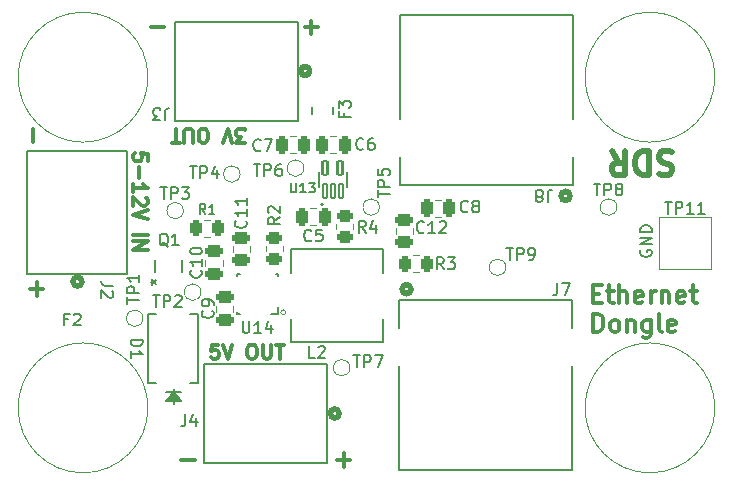
<source format=gto>
G04 #@! TF.GenerationSoftware,KiCad,Pcbnew,8.0.8*
G04 #@! TF.CreationDate,2025-03-28T23:27:32-07:00*
G04 #@! TF.ProjectId,RCA Radio Telescope,52434120-5261-4646-996f-2054656c6573,2.0*
G04 #@! TF.SameCoordinates,Original*
G04 #@! TF.FileFunction,Legend,Top*
G04 #@! TF.FilePolarity,Positive*
%FSLAX46Y46*%
G04 Gerber Fmt 4.6, Leading zero omitted, Abs format (unit mm)*
G04 Created by KiCad (PCBNEW 8.0.8) date 2025-03-28 23:27:32*
%MOMM*%
%LPD*%
G01*
G04 APERTURE LIST*
G04 Aperture macros list*
%AMRoundRect*
0 Rectangle with rounded corners*
0 $1 Rounding radius*
0 $2 $3 $4 $5 $6 $7 $8 $9 X,Y pos of 4 corners*
0 Add a 4 corners polygon primitive as box body*
4,1,4,$2,$3,$4,$5,$6,$7,$8,$9,$2,$3,0*
0 Add four circle primitives for the rounded corners*
1,1,$1+$1,$2,$3*
1,1,$1+$1,$4,$5*
1,1,$1+$1,$6,$7*
1,1,$1+$1,$8,$9*
0 Add four rect primitives between the rounded corners*
20,1,$1+$1,$2,$3,$4,$5,0*
20,1,$1+$1,$4,$5,$6,$7,0*
20,1,$1+$1,$6,$7,$8,$9,0*
20,1,$1+$1,$8,$9,$2,$3,0*%
G04 Aperture macros list end*
%ADD10C,0.100000*%
%ADD11C,0.500000*%
%ADD12C,0.375000*%
%ADD13C,0.300000*%
%ADD14C,0.150000*%
%ADD15C,0.200000*%
%ADD16C,0.152400*%
%ADD17C,0.508000*%
%ADD18C,0.120000*%
%ADD19C,0.127000*%
%ADD20C,0.000000*%
%ADD21C,0.600000*%
%ADD22R,1.679999X1.679999*%
%ADD23R,0.240000X0.599999*%
%ADD24R,0.599999X0.240000*%
%ADD25C,1.422400*%
%ADD26C,2.800000*%
%ADD27C,1.000000*%
%ADD28RoundRect,0.250000X0.250000X0.475000X-0.250000X0.475000X-0.250000X-0.475000X0.250000X-0.475000X0*%
%ADD29R,4.000000X4.000000*%
%ADD30RoundRect,0.250000X0.475000X-0.250000X0.475000X0.250000X-0.475000X0.250000X-0.475000X-0.250000X0*%
%ADD31C,1.360000*%
%ADD32R,0.406400X0.508000*%
%ADD33R,0.279400X0.914400*%
%ADD34C,1.803400*%
%ADD35R,1.257300X3.251200*%
%ADD36RoundRect,0.250000X-0.475000X0.250000X-0.475000X-0.250000X0.475000X-0.250000X0.475000X0.250000X0*%
%ADD37RoundRect,0.250000X-0.262500X-0.450000X0.262500X-0.450000X0.262500X0.450000X-0.262500X0.450000X0*%
%ADD38RoundRect,0.250000X0.262500X0.450000X-0.262500X0.450000X-0.262500X-0.450000X0.262500X-0.450000X0*%
%ADD39RoundRect,0.250000X-0.450000X0.262500X-0.450000X-0.262500X0.450000X-0.262500X0.450000X0.262500X0*%
%ADD40RoundRect,0.102000X0.175000X-0.585000X0.175000X0.585000X-0.175000X0.585000X-0.175000X-0.585000X0*%
%ADD41RoundRect,0.102000X0.200000X-0.585000X0.200000X0.585000X-0.200000X0.585000X-0.200000X-0.585000X0*%
%ADD42RoundRect,0.250000X-0.250000X-0.475000X0.250000X-0.475000X0.250000X0.475000X-0.250000X0.475000X0*%
%ADD43R,2.210000X2.180400*%
%ADD44R,1.498600X0.990600*%
G04 APERTURE END LIST*
D10*
X73500000Y-48000000D02*
G75*
G02*
X62500000Y-48000000I-5500000J0D01*
G01*
X62500000Y-48000000D02*
G75*
G02*
X73500000Y-48000000I5500000J0D01*
G01*
X25500000Y-48000000D02*
G75*
G02*
X14500000Y-48000000I-5500000J0D01*
G01*
X14500000Y-48000000D02*
G75*
G02*
X25500000Y-48000000I5500000J0D01*
G01*
X25500000Y-20000000D02*
G75*
G02*
X14500000Y-20000000I-5500000J0D01*
G01*
X14500000Y-20000000D02*
G75*
G02*
X25500000Y-20000000I5500000J0D01*
G01*
X73500000Y-20000000D02*
G75*
G02*
X62500000Y-20000000I-5500000J0D01*
G01*
X62500000Y-20000000D02*
G75*
G02*
X73500000Y-20000000I5500000J0D01*
G01*
D11*
X69890100Y-26366000D02*
X69604386Y-26270761D01*
X69604386Y-26270761D02*
X69128195Y-26270761D01*
X69128195Y-26270761D02*
X68937719Y-26366000D01*
X68937719Y-26366000D02*
X68842481Y-26461238D01*
X68842481Y-26461238D02*
X68747243Y-26651714D01*
X68747243Y-26651714D02*
X68747243Y-26842190D01*
X68747243Y-26842190D02*
X68842481Y-27032666D01*
X68842481Y-27032666D02*
X68937719Y-27127904D01*
X68937719Y-27127904D02*
X69128195Y-27223142D01*
X69128195Y-27223142D02*
X69509148Y-27318380D01*
X69509148Y-27318380D02*
X69699624Y-27413619D01*
X69699624Y-27413619D02*
X69794862Y-27508857D01*
X69794862Y-27508857D02*
X69890100Y-27699333D01*
X69890100Y-27699333D02*
X69890100Y-27889809D01*
X69890100Y-27889809D02*
X69794862Y-28080285D01*
X69794862Y-28080285D02*
X69699624Y-28175523D01*
X69699624Y-28175523D02*
X69509148Y-28270761D01*
X69509148Y-28270761D02*
X69032957Y-28270761D01*
X69032957Y-28270761D02*
X68747243Y-28175523D01*
X67890100Y-26270761D02*
X67890100Y-28270761D01*
X67890100Y-28270761D02*
X67413910Y-28270761D01*
X67413910Y-28270761D02*
X67128195Y-28175523D01*
X67128195Y-28175523D02*
X66937719Y-27985047D01*
X66937719Y-27985047D02*
X66842481Y-27794571D01*
X66842481Y-27794571D02*
X66747243Y-27413619D01*
X66747243Y-27413619D02*
X66747243Y-27127904D01*
X66747243Y-27127904D02*
X66842481Y-26746952D01*
X66842481Y-26746952D02*
X66937719Y-26556476D01*
X66937719Y-26556476D02*
X67128195Y-26366000D01*
X67128195Y-26366000D02*
X67413910Y-26270761D01*
X67413910Y-26270761D02*
X67890100Y-26270761D01*
X64747243Y-26270761D02*
X65413910Y-27223142D01*
X65890100Y-26270761D02*
X65890100Y-28270761D01*
X65890100Y-28270761D02*
X65128195Y-28270761D01*
X65128195Y-28270761D02*
X64937719Y-28175523D01*
X64937719Y-28175523D02*
X64842481Y-28080285D01*
X64842481Y-28080285D02*
X64747243Y-27889809D01*
X64747243Y-27889809D02*
X64747243Y-27604095D01*
X64747243Y-27604095D02*
X64842481Y-27413619D01*
X64842481Y-27413619D02*
X64937719Y-27318380D01*
X64937719Y-27318380D02*
X65128195Y-27223142D01*
X65128195Y-27223142D02*
X65890100Y-27223142D01*
D12*
X26896147Y-15774500D02*
X25753290Y-15774500D01*
X41503852Y-52425500D02*
X42646710Y-52425500D01*
X42075281Y-52996928D02*
X42075281Y-51854071D01*
X39896147Y-15774500D02*
X38753290Y-15774500D01*
X39324718Y-15203071D02*
X39324718Y-16345928D01*
X16072501Y-37353852D02*
X16072501Y-38496710D01*
X15501072Y-37925281D02*
X16643929Y-37925281D01*
X28303852Y-52425500D02*
X29446710Y-52425500D01*
D13*
X25462457Y-27054510D02*
X25462457Y-26483082D01*
X25462457Y-26483082D02*
X24891028Y-26425939D01*
X24891028Y-26425939D02*
X24948171Y-26483082D01*
X24948171Y-26483082D02*
X25005314Y-26597368D01*
X25005314Y-26597368D02*
X25005314Y-26883082D01*
X25005314Y-26883082D02*
X24948171Y-26997368D01*
X24948171Y-26997368D02*
X24891028Y-27054510D01*
X24891028Y-27054510D02*
X24776742Y-27111653D01*
X24776742Y-27111653D02*
X24491028Y-27111653D01*
X24491028Y-27111653D02*
X24376742Y-27054510D01*
X24376742Y-27054510D02*
X24319600Y-26997368D01*
X24319600Y-26997368D02*
X24262457Y-26883082D01*
X24262457Y-26883082D02*
X24262457Y-26597368D01*
X24262457Y-26597368D02*
X24319600Y-26483082D01*
X24319600Y-26483082D02*
X24376742Y-26425939D01*
X24719600Y-27625939D02*
X24719600Y-28540225D01*
X24262457Y-29740224D02*
X24262457Y-29054510D01*
X24262457Y-29397367D02*
X25462457Y-29397367D01*
X25462457Y-29397367D02*
X25291028Y-29283081D01*
X25291028Y-29283081D02*
X25176742Y-29168796D01*
X25176742Y-29168796D02*
X25119600Y-29054510D01*
X25348171Y-30197367D02*
X25405314Y-30254510D01*
X25405314Y-30254510D02*
X25462457Y-30368796D01*
X25462457Y-30368796D02*
X25462457Y-30654510D01*
X25462457Y-30654510D02*
X25405314Y-30768796D01*
X25405314Y-30768796D02*
X25348171Y-30825938D01*
X25348171Y-30825938D02*
X25233885Y-30883081D01*
X25233885Y-30883081D02*
X25119600Y-30883081D01*
X25119600Y-30883081D02*
X24948171Y-30825938D01*
X24948171Y-30825938D02*
X24262457Y-30140224D01*
X24262457Y-30140224D02*
X24262457Y-30883081D01*
X25462457Y-31225938D02*
X24262457Y-31625938D01*
X24262457Y-31625938D02*
X25462457Y-32025938D01*
X24262457Y-33340224D02*
X25462457Y-33340224D01*
X24262457Y-33911653D02*
X25462457Y-33911653D01*
X25462457Y-33911653D02*
X24262457Y-34597367D01*
X24262457Y-34597367D02*
X25462457Y-34597367D01*
D12*
X63203852Y-38346298D02*
X63703852Y-38346298D01*
X63918138Y-39132012D02*
X63203852Y-39132012D01*
X63203852Y-39132012D02*
X63203852Y-37632012D01*
X63203852Y-37632012D02*
X63918138Y-37632012D01*
X64346710Y-38132012D02*
X64918138Y-38132012D01*
X64560995Y-37632012D02*
X64560995Y-38917726D01*
X64560995Y-38917726D02*
X64632424Y-39060584D01*
X64632424Y-39060584D02*
X64775281Y-39132012D01*
X64775281Y-39132012D02*
X64918138Y-39132012D01*
X65418138Y-39132012D02*
X65418138Y-37632012D01*
X66060996Y-39132012D02*
X66060996Y-38346298D01*
X66060996Y-38346298D02*
X65989567Y-38203441D01*
X65989567Y-38203441D02*
X65846710Y-38132012D01*
X65846710Y-38132012D02*
X65632424Y-38132012D01*
X65632424Y-38132012D02*
X65489567Y-38203441D01*
X65489567Y-38203441D02*
X65418138Y-38274869D01*
X67346710Y-39060584D02*
X67203853Y-39132012D01*
X67203853Y-39132012D02*
X66918139Y-39132012D01*
X66918139Y-39132012D02*
X66775281Y-39060584D01*
X66775281Y-39060584D02*
X66703853Y-38917726D01*
X66703853Y-38917726D02*
X66703853Y-38346298D01*
X66703853Y-38346298D02*
X66775281Y-38203441D01*
X66775281Y-38203441D02*
X66918139Y-38132012D01*
X66918139Y-38132012D02*
X67203853Y-38132012D01*
X67203853Y-38132012D02*
X67346710Y-38203441D01*
X67346710Y-38203441D02*
X67418139Y-38346298D01*
X67418139Y-38346298D02*
X67418139Y-38489155D01*
X67418139Y-38489155D02*
X66703853Y-38632012D01*
X68060995Y-39132012D02*
X68060995Y-38132012D01*
X68060995Y-38417726D02*
X68132424Y-38274869D01*
X68132424Y-38274869D02*
X68203853Y-38203441D01*
X68203853Y-38203441D02*
X68346710Y-38132012D01*
X68346710Y-38132012D02*
X68489567Y-38132012D01*
X68989566Y-38132012D02*
X68989566Y-39132012D01*
X68989566Y-38274869D02*
X69060995Y-38203441D01*
X69060995Y-38203441D02*
X69203852Y-38132012D01*
X69203852Y-38132012D02*
X69418138Y-38132012D01*
X69418138Y-38132012D02*
X69560995Y-38203441D01*
X69560995Y-38203441D02*
X69632424Y-38346298D01*
X69632424Y-38346298D02*
X69632424Y-39132012D01*
X70918138Y-39060584D02*
X70775281Y-39132012D01*
X70775281Y-39132012D02*
X70489567Y-39132012D01*
X70489567Y-39132012D02*
X70346709Y-39060584D01*
X70346709Y-39060584D02*
X70275281Y-38917726D01*
X70275281Y-38917726D02*
X70275281Y-38346298D01*
X70275281Y-38346298D02*
X70346709Y-38203441D01*
X70346709Y-38203441D02*
X70489567Y-38132012D01*
X70489567Y-38132012D02*
X70775281Y-38132012D01*
X70775281Y-38132012D02*
X70918138Y-38203441D01*
X70918138Y-38203441D02*
X70989567Y-38346298D01*
X70989567Y-38346298D02*
X70989567Y-38489155D01*
X70989567Y-38489155D02*
X70275281Y-38632012D01*
X71418138Y-38132012D02*
X71989566Y-38132012D01*
X71632423Y-37632012D02*
X71632423Y-38917726D01*
X71632423Y-38917726D02*
X71703852Y-39060584D01*
X71703852Y-39060584D02*
X71846709Y-39132012D01*
X71846709Y-39132012D02*
X71989566Y-39132012D01*
X63203852Y-41546928D02*
X63203852Y-40046928D01*
X63203852Y-40046928D02*
X63560995Y-40046928D01*
X63560995Y-40046928D02*
X63775281Y-40118357D01*
X63775281Y-40118357D02*
X63918138Y-40261214D01*
X63918138Y-40261214D02*
X63989567Y-40404071D01*
X63989567Y-40404071D02*
X64060995Y-40689785D01*
X64060995Y-40689785D02*
X64060995Y-40904071D01*
X64060995Y-40904071D02*
X63989567Y-41189785D01*
X63989567Y-41189785D02*
X63918138Y-41332642D01*
X63918138Y-41332642D02*
X63775281Y-41475500D01*
X63775281Y-41475500D02*
X63560995Y-41546928D01*
X63560995Y-41546928D02*
X63203852Y-41546928D01*
X64918138Y-41546928D02*
X64775281Y-41475500D01*
X64775281Y-41475500D02*
X64703852Y-41404071D01*
X64703852Y-41404071D02*
X64632424Y-41261214D01*
X64632424Y-41261214D02*
X64632424Y-40832642D01*
X64632424Y-40832642D02*
X64703852Y-40689785D01*
X64703852Y-40689785D02*
X64775281Y-40618357D01*
X64775281Y-40618357D02*
X64918138Y-40546928D01*
X64918138Y-40546928D02*
X65132424Y-40546928D01*
X65132424Y-40546928D02*
X65275281Y-40618357D01*
X65275281Y-40618357D02*
X65346710Y-40689785D01*
X65346710Y-40689785D02*
X65418138Y-40832642D01*
X65418138Y-40832642D02*
X65418138Y-41261214D01*
X65418138Y-41261214D02*
X65346710Y-41404071D01*
X65346710Y-41404071D02*
X65275281Y-41475500D01*
X65275281Y-41475500D02*
X65132424Y-41546928D01*
X65132424Y-41546928D02*
X64918138Y-41546928D01*
X66060995Y-40546928D02*
X66060995Y-41546928D01*
X66060995Y-40689785D02*
X66132424Y-40618357D01*
X66132424Y-40618357D02*
X66275281Y-40546928D01*
X66275281Y-40546928D02*
X66489567Y-40546928D01*
X66489567Y-40546928D02*
X66632424Y-40618357D01*
X66632424Y-40618357D02*
X66703853Y-40761214D01*
X66703853Y-40761214D02*
X66703853Y-41546928D01*
X68060996Y-40546928D02*
X68060996Y-41761214D01*
X68060996Y-41761214D02*
X67989567Y-41904071D01*
X67989567Y-41904071D02*
X67918138Y-41975500D01*
X67918138Y-41975500D02*
X67775281Y-42046928D01*
X67775281Y-42046928D02*
X67560996Y-42046928D01*
X67560996Y-42046928D02*
X67418138Y-41975500D01*
X68060996Y-41475500D02*
X67918138Y-41546928D01*
X67918138Y-41546928D02*
X67632424Y-41546928D01*
X67632424Y-41546928D02*
X67489567Y-41475500D01*
X67489567Y-41475500D02*
X67418138Y-41404071D01*
X67418138Y-41404071D02*
X67346710Y-41261214D01*
X67346710Y-41261214D02*
X67346710Y-40832642D01*
X67346710Y-40832642D02*
X67418138Y-40689785D01*
X67418138Y-40689785D02*
X67489567Y-40618357D01*
X67489567Y-40618357D02*
X67632424Y-40546928D01*
X67632424Y-40546928D02*
X67918138Y-40546928D01*
X67918138Y-40546928D02*
X68060996Y-40618357D01*
X68989567Y-41546928D02*
X68846710Y-41475500D01*
X68846710Y-41475500D02*
X68775281Y-41332642D01*
X68775281Y-41332642D02*
X68775281Y-40046928D01*
X70132424Y-41475500D02*
X69989567Y-41546928D01*
X69989567Y-41546928D02*
X69703853Y-41546928D01*
X69703853Y-41546928D02*
X69560995Y-41475500D01*
X69560995Y-41475500D02*
X69489567Y-41332642D01*
X69489567Y-41332642D02*
X69489567Y-40761214D01*
X69489567Y-40761214D02*
X69560995Y-40618357D01*
X69560995Y-40618357D02*
X69703853Y-40546928D01*
X69703853Y-40546928D02*
X69989567Y-40546928D01*
X69989567Y-40546928D02*
X70132424Y-40618357D01*
X70132424Y-40618357D02*
X70203853Y-40761214D01*
X70203853Y-40761214D02*
X70203853Y-40904071D01*
X70203853Y-40904071D02*
X69489567Y-41046928D01*
D13*
X33731203Y-25562457D02*
X32988346Y-25562457D01*
X32988346Y-25562457D02*
X33388346Y-25105314D01*
X33388346Y-25105314D02*
X33216917Y-25105314D01*
X33216917Y-25105314D02*
X33102632Y-25048171D01*
X33102632Y-25048171D02*
X33045489Y-24991028D01*
X33045489Y-24991028D02*
X32988346Y-24876742D01*
X32988346Y-24876742D02*
X32988346Y-24591028D01*
X32988346Y-24591028D02*
X33045489Y-24476742D01*
X33045489Y-24476742D02*
X33102632Y-24419600D01*
X33102632Y-24419600D02*
X33216917Y-24362457D01*
X33216917Y-24362457D02*
X33559774Y-24362457D01*
X33559774Y-24362457D02*
X33674060Y-24419600D01*
X33674060Y-24419600D02*
X33731203Y-24476742D01*
X32645489Y-25562457D02*
X32245489Y-24362457D01*
X32245489Y-24362457D02*
X31845489Y-25562457D01*
X30302632Y-25562457D02*
X30074060Y-25562457D01*
X30074060Y-25562457D02*
X29959775Y-25505314D01*
X29959775Y-25505314D02*
X29845489Y-25391028D01*
X29845489Y-25391028D02*
X29788346Y-25162457D01*
X29788346Y-25162457D02*
X29788346Y-24762457D01*
X29788346Y-24762457D02*
X29845489Y-24533885D01*
X29845489Y-24533885D02*
X29959775Y-24419600D01*
X29959775Y-24419600D02*
X30074060Y-24362457D01*
X30074060Y-24362457D02*
X30302632Y-24362457D01*
X30302632Y-24362457D02*
X30416918Y-24419600D01*
X30416918Y-24419600D02*
X30531203Y-24533885D01*
X30531203Y-24533885D02*
X30588346Y-24762457D01*
X30588346Y-24762457D02*
X30588346Y-25162457D01*
X30588346Y-25162457D02*
X30531203Y-25391028D01*
X30531203Y-25391028D02*
X30416918Y-25505314D01*
X30416918Y-25505314D02*
X30302632Y-25562457D01*
X29274060Y-25562457D02*
X29274060Y-24591028D01*
X29274060Y-24591028D02*
X29216917Y-24476742D01*
X29216917Y-24476742D02*
X29159775Y-24419600D01*
X29159775Y-24419600D02*
X29045489Y-24362457D01*
X29045489Y-24362457D02*
X28816917Y-24362457D01*
X28816917Y-24362457D02*
X28702632Y-24419600D01*
X28702632Y-24419600D02*
X28645489Y-24476742D01*
X28645489Y-24476742D02*
X28588346Y-24591028D01*
X28588346Y-24591028D02*
X28588346Y-25562457D01*
X28188346Y-25562457D02*
X27502632Y-25562457D01*
X27845489Y-24362457D02*
X27845489Y-25562457D01*
D14*
X67217438Y-34639411D02*
X67169819Y-34734649D01*
X67169819Y-34734649D02*
X67169819Y-34877506D01*
X67169819Y-34877506D02*
X67217438Y-35020363D01*
X67217438Y-35020363D02*
X67312676Y-35115601D01*
X67312676Y-35115601D02*
X67407914Y-35163220D01*
X67407914Y-35163220D02*
X67598390Y-35210839D01*
X67598390Y-35210839D02*
X67741247Y-35210839D01*
X67741247Y-35210839D02*
X67931723Y-35163220D01*
X67931723Y-35163220D02*
X68026961Y-35115601D01*
X68026961Y-35115601D02*
X68122200Y-35020363D01*
X68122200Y-35020363D02*
X68169819Y-34877506D01*
X68169819Y-34877506D02*
X68169819Y-34782268D01*
X68169819Y-34782268D02*
X68122200Y-34639411D01*
X68122200Y-34639411D02*
X68074580Y-34591792D01*
X68074580Y-34591792D02*
X67741247Y-34591792D01*
X67741247Y-34591792D02*
X67741247Y-34782268D01*
X68169819Y-34163220D02*
X67169819Y-34163220D01*
X67169819Y-34163220D02*
X68169819Y-33591792D01*
X68169819Y-33591792D02*
X67169819Y-33591792D01*
X68169819Y-33115601D02*
X67169819Y-33115601D01*
X67169819Y-33115601D02*
X67169819Y-32877506D01*
X67169819Y-32877506D02*
X67217438Y-32734649D01*
X67217438Y-32734649D02*
X67312676Y-32639411D01*
X67312676Y-32639411D02*
X67407914Y-32591792D01*
X67407914Y-32591792D02*
X67598390Y-32544173D01*
X67598390Y-32544173D02*
X67741247Y-32544173D01*
X67741247Y-32544173D02*
X67931723Y-32591792D01*
X67931723Y-32591792D02*
X68026961Y-32639411D01*
X68026961Y-32639411D02*
X68122200Y-32734649D01*
X68122200Y-32734649D02*
X68169819Y-32877506D01*
X68169819Y-32877506D02*
X68169819Y-33115601D01*
D13*
X31454510Y-42637542D02*
X30883082Y-42637542D01*
X30883082Y-42637542D02*
X30825939Y-43208971D01*
X30825939Y-43208971D02*
X30883082Y-43151828D01*
X30883082Y-43151828D02*
X30997368Y-43094685D01*
X30997368Y-43094685D02*
X31283082Y-43094685D01*
X31283082Y-43094685D02*
X31397368Y-43151828D01*
X31397368Y-43151828D02*
X31454510Y-43208971D01*
X31454510Y-43208971D02*
X31511653Y-43323257D01*
X31511653Y-43323257D02*
X31511653Y-43608971D01*
X31511653Y-43608971D02*
X31454510Y-43723257D01*
X31454510Y-43723257D02*
X31397368Y-43780400D01*
X31397368Y-43780400D02*
X31283082Y-43837542D01*
X31283082Y-43837542D02*
X30997368Y-43837542D01*
X30997368Y-43837542D02*
X30883082Y-43780400D01*
X30883082Y-43780400D02*
X30825939Y-43723257D01*
X31854510Y-42637542D02*
X32254510Y-43837542D01*
X32254510Y-43837542D02*
X32654510Y-42637542D01*
X34197367Y-42637542D02*
X34425939Y-42637542D01*
X34425939Y-42637542D02*
X34540224Y-42694685D01*
X34540224Y-42694685D02*
X34654510Y-42808971D01*
X34654510Y-42808971D02*
X34711653Y-43037542D01*
X34711653Y-43037542D02*
X34711653Y-43437542D01*
X34711653Y-43437542D02*
X34654510Y-43666114D01*
X34654510Y-43666114D02*
X34540224Y-43780400D01*
X34540224Y-43780400D02*
X34425939Y-43837542D01*
X34425939Y-43837542D02*
X34197367Y-43837542D01*
X34197367Y-43837542D02*
X34083082Y-43780400D01*
X34083082Y-43780400D02*
X33968796Y-43666114D01*
X33968796Y-43666114D02*
X33911653Y-43437542D01*
X33911653Y-43437542D02*
X33911653Y-43037542D01*
X33911653Y-43037542D02*
X33968796Y-42808971D01*
X33968796Y-42808971D02*
X34083082Y-42694685D01*
X34083082Y-42694685D02*
X34197367Y-42637542D01*
X35225939Y-42637542D02*
X35225939Y-43608971D01*
X35225939Y-43608971D02*
X35283082Y-43723257D01*
X35283082Y-43723257D02*
X35340225Y-43780400D01*
X35340225Y-43780400D02*
X35454510Y-43837542D01*
X35454510Y-43837542D02*
X35683082Y-43837542D01*
X35683082Y-43837542D02*
X35797367Y-43780400D01*
X35797367Y-43780400D02*
X35854510Y-43723257D01*
X35854510Y-43723257D02*
X35911653Y-43608971D01*
X35911653Y-43608971D02*
X35911653Y-42637542D01*
X36311653Y-42637542D02*
X36997368Y-42637542D01*
X36654510Y-43837542D02*
X36654510Y-42637542D01*
D12*
X15774500Y-24353852D02*
X15774500Y-25496710D01*
D14*
X33511905Y-40654819D02*
X33511905Y-41464342D01*
X33511905Y-41464342D02*
X33559524Y-41559580D01*
X33559524Y-41559580D02*
X33607143Y-41607200D01*
X33607143Y-41607200D02*
X33702381Y-41654819D01*
X33702381Y-41654819D02*
X33892857Y-41654819D01*
X33892857Y-41654819D02*
X33988095Y-41607200D01*
X33988095Y-41607200D02*
X34035714Y-41559580D01*
X34035714Y-41559580D02*
X34083333Y-41464342D01*
X34083333Y-41464342D02*
X34083333Y-40654819D01*
X35083333Y-41654819D02*
X34511905Y-41654819D01*
X34797619Y-41654819D02*
X34797619Y-40654819D01*
X34797619Y-40654819D02*
X34702381Y-40797676D01*
X34702381Y-40797676D02*
X34607143Y-40892914D01*
X34607143Y-40892914D02*
X34511905Y-40940533D01*
X35940476Y-40988152D02*
X35940476Y-41654819D01*
X35702381Y-40607200D02*
X35464286Y-41321485D01*
X35464286Y-41321485D02*
X36083333Y-41321485D01*
X59333333Y-30545180D02*
X59333333Y-29830895D01*
X59333333Y-29830895D02*
X59380952Y-29688038D01*
X59380952Y-29688038D02*
X59476190Y-29592800D01*
X59476190Y-29592800D02*
X59619047Y-29545180D01*
X59619047Y-29545180D02*
X59714285Y-29545180D01*
X58714285Y-30116609D02*
X58809523Y-30164228D01*
X58809523Y-30164228D02*
X58857142Y-30211847D01*
X58857142Y-30211847D02*
X58904761Y-30307085D01*
X58904761Y-30307085D02*
X58904761Y-30354704D01*
X58904761Y-30354704D02*
X58857142Y-30449942D01*
X58857142Y-30449942D02*
X58809523Y-30497561D01*
X58809523Y-30497561D02*
X58714285Y-30545180D01*
X58714285Y-30545180D02*
X58523809Y-30545180D01*
X58523809Y-30545180D02*
X58428571Y-30497561D01*
X58428571Y-30497561D02*
X58380952Y-30449942D01*
X58380952Y-30449942D02*
X58333333Y-30354704D01*
X58333333Y-30354704D02*
X58333333Y-30307085D01*
X58333333Y-30307085D02*
X58380952Y-30211847D01*
X58380952Y-30211847D02*
X58428571Y-30164228D01*
X58428571Y-30164228D02*
X58523809Y-30116609D01*
X58523809Y-30116609D02*
X58714285Y-30116609D01*
X58714285Y-30116609D02*
X58809523Y-30068990D01*
X58809523Y-30068990D02*
X58857142Y-30021371D01*
X58857142Y-30021371D02*
X58904761Y-29926133D01*
X58904761Y-29926133D02*
X58904761Y-29735657D01*
X58904761Y-29735657D02*
X58857142Y-29640419D01*
X58857142Y-29640419D02*
X58809523Y-29592800D01*
X58809523Y-29592800D02*
X58714285Y-29545180D01*
X58714285Y-29545180D02*
X58523809Y-29545180D01*
X58523809Y-29545180D02*
X58428571Y-29592800D01*
X58428571Y-29592800D02*
X58380952Y-29640419D01*
X58380952Y-29640419D02*
X58333333Y-29735657D01*
X58333333Y-29735657D02*
X58333333Y-29926133D01*
X58333333Y-29926133D02*
X58380952Y-30021371D01*
X58380952Y-30021371D02*
X58428571Y-30068990D01*
X58428571Y-30068990D02*
X58523809Y-30116609D01*
X42888095Y-43554819D02*
X43459523Y-43554819D01*
X43173809Y-44554819D02*
X43173809Y-43554819D01*
X43792857Y-44554819D02*
X43792857Y-43554819D01*
X43792857Y-43554819D02*
X44173809Y-43554819D01*
X44173809Y-43554819D02*
X44269047Y-43602438D01*
X44269047Y-43602438D02*
X44316666Y-43650057D01*
X44316666Y-43650057D02*
X44364285Y-43745295D01*
X44364285Y-43745295D02*
X44364285Y-43888152D01*
X44364285Y-43888152D02*
X44316666Y-43983390D01*
X44316666Y-43983390D02*
X44269047Y-44031009D01*
X44269047Y-44031009D02*
X44173809Y-44078628D01*
X44173809Y-44078628D02*
X43792857Y-44078628D01*
X44697619Y-43554819D02*
X45364285Y-43554819D01*
X45364285Y-43554819D02*
X44935714Y-44554819D01*
X35033333Y-26159580D02*
X34985714Y-26207200D01*
X34985714Y-26207200D02*
X34842857Y-26254819D01*
X34842857Y-26254819D02*
X34747619Y-26254819D01*
X34747619Y-26254819D02*
X34604762Y-26207200D01*
X34604762Y-26207200D02*
X34509524Y-26111961D01*
X34509524Y-26111961D02*
X34461905Y-26016723D01*
X34461905Y-26016723D02*
X34414286Y-25826247D01*
X34414286Y-25826247D02*
X34414286Y-25683390D01*
X34414286Y-25683390D02*
X34461905Y-25492914D01*
X34461905Y-25492914D02*
X34509524Y-25397676D01*
X34509524Y-25397676D02*
X34604762Y-25302438D01*
X34604762Y-25302438D02*
X34747619Y-25254819D01*
X34747619Y-25254819D02*
X34842857Y-25254819D01*
X34842857Y-25254819D02*
X34985714Y-25302438D01*
X34985714Y-25302438D02*
X35033333Y-25350057D01*
X35366667Y-25254819D02*
X36033333Y-25254819D01*
X36033333Y-25254819D02*
X35604762Y-26254819D01*
X69261905Y-30556819D02*
X69833333Y-30556819D01*
X69547619Y-31556819D02*
X69547619Y-30556819D01*
X70166667Y-31556819D02*
X70166667Y-30556819D01*
X70166667Y-30556819D02*
X70547619Y-30556819D01*
X70547619Y-30556819D02*
X70642857Y-30604438D01*
X70642857Y-30604438D02*
X70690476Y-30652057D01*
X70690476Y-30652057D02*
X70738095Y-30747295D01*
X70738095Y-30747295D02*
X70738095Y-30890152D01*
X70738095Y-30890152D02*
X70690476Y-30985390D01*
X70690476Y-30985390D02*
X70642857Y-31033009D01*
X70642857Y-31033009D02*
X70547619Y-31080628D01*
X70547619Y-31080628D02*
X70166667Y-31080628D01*
X71690476Y-31556819D02*
X71119048Y-31556819D01*
X71404762Y-31556819D02*
X71404762Y-30556819D01*
X71404762Y-30556819D02*
X71309524Y-30699676D01*
X71309524Y-30699676D02*
X71214286Y-30794914D01*
X71214286Y-30794914D02*
X71119048Y-30842533D01*
X72642857Y-31556819D02*
X72071429Y-31556819D01*
X72357143Y-31556819D02*
X72357143Y-30556819D01*
X72357143Y-30556819D02*
X72261905Y-30699676D01*
X72261905Y-30699676D02*
X72166667Y-30794914D01*
X72166667Y-30794914D02*
X72071429Y-30842533D01*
X25918095Y-38454819D02*
X26489523Y-38454819D01*
X26203809Y-39454819D02*
X26203809Y-38454819D01*
X26822857Y-39454819D02*
X26822857Y-38454819D01*
X26822857Y-38454819D02*
X27203809Y-38454819D01*
X27203809Y-38454819D02*
X27299047Y-38502438D01*
X27299047Y-38502438D02*
X27346666Y-38550057D01*
X27346666Y-38550057D02*
X27394285Y-38645295D01*
X27394285Y-38645295D02*
X27394285Y-38788152D01*
X27394285Y-38788152D02*
X27346666Y-38883390D01*
X27346666Y-38883390D02*
X27299047Y-38931009D01*
X27299047Y-38931009D02*
X27203809Y-38978628D01*
X27203809Y-38978628D02*
X26822857Y-38978628D01*
X27775238Y-38550057D02*
X27822857Y-38502438D01*
X27822857Y-38502438D02*
X27918095Y-38454819D01*
X27918095Y-38454819D02*
X28156190Y-38454819D01*
X28156190Y-38454819D02*
X28251428Y-38502438D01*
X28251428Y-38502438D02*
X28299047Y-38550057D01*
X28299047Y-38550057D02*
X28346666Y-38645295D01*
X28346666Y-38645295D02*
X28346666Y-38740533D01*
X28346666Y-38740533D02*
X28299047Y-38883390D01*
X28299047Y-38883390D02*
X27727619Y-39454819D01*
X27727619Y-39454819D02*
X28346666Y-39454819D01*
X29959580Y-36342857D02*
X30007200Y-36390476D01*
X30007200Y-36390476D02*
X30054819Y-36533333D01*
X30054819Y-36533333D02*
X30054819Y-36628571D01*
X30054819Y-36628571D02*
X30007200Y-36771428D01*
X30007200Y-36771428D02*
X29911961Y-36866666D01*
X29911961Y-36866666D02*
X29816723Y-36914285D01*
X29816723Y-36914285D02*
X29626247Y-36961904D01*
X29626247Y-36961904D02*
X29483390Y-36961904D01*
X29483390Y-36961904D02*
X29292914Y-36914285D01*
X29292914Y-36914285D02*
X29197676Y-36866666D01*
X29197676Y-36866666D02*
X29102438Y-36771428D01*
X29102438Y-36771428D02*
X29054819Y-36628571D01*
X29054819Y-36628571D02*
X29054819Y-36533333D01*
X29054819Y-36533333D02*
X29102438Y-36390476D01*
X29102438Y-36390476D02*
X29150057Y-36342857D01*
X30054819Y-35390476D02*
X30054819Y-35961904D01*
X30054819Y-35676190D02*
X29054819Y-35676190D01*
X29054819Y-35676190D02*
X29197676Y-35771428D01*
X29197676Y-35771428D02*
X29292914Y-35866666D01*
X29292914Y-35866666D02*
X29340533Y-35961904D01*
X29054819Y-34771428D02*
X29054819Y-34676190D01*
X29054819Y-34676190D02*
X29102438Y-34580952D01*
X29102438Y-34580952D02*
X29150057Y-34533333D01*
X29150057Y-34533333D02*
X29245295Y-34485714D01*
X29245295Y-34485714D02*
X29435771Y-34438095D01*
X29435771Y-34438095D02*
X29673866Y-34438095D01*
X29673866Y-34438095D02*
X29864342Y-34485714D01*
X29864342Y-34485714D02*
X29959580Y-34533333D01*
X29959580Y-34533333D02*
X30007200Y-34580952D01*
X30007200Y-34580952D02*
X30054819Y-34676190D01*
X30054819Y-34676190D02*
X30054819Y-34771428D01*
X30054819Y-34771428D02*
X30007200Y-34866666D01*
X30007200Y-34866666D02*
X29959580Y-34914285D01*
X29959580Y-34914285D02*
X29864342Y-34961904D01*
X29864342Y-34961904D02*
X29673866Y-35009523D01*
X29673866Y-35009523D02*
X29435771Y-35009523D01*
X29435771Y-35009523D02*
X29245295Y-34961904D01*
X29245295Y-34961904D02*
X29150057Y-34914285D01*
X29150057Y-34914285D02*
X29102438Y-34866666D01*
X29102438Y-34866666D02*
X29054819Y-34771428D01*
X55838095Y-34454819D02*
X56409523Y-34454819D01*
X56123809Y-35454819D02*
X56123809Y-34454819D01*
X56742857Y-35454819D02*
X56742857Y-34454819D01*
X56742857Y-34454819D02*
X57123809Y-34454819D01*
X57123809Y-34454819D02*
X57219047Y-34502438D01*
X57219047Y-34502438D02*
X57266666Y-34550057D01*
X57266666Y-34550057D02*
X57314285Y-34645295D01*
X57314285Y-34645295D02*
X57314285Y-34788152D01*
X57314285Y-34788152D02*
X57266666Y-34883390D01*
X57266666Y-34883390D02*
X57219047Y-34931009D01*
X57219047Y-34931009D02*
X57123809Y-34978628D01*
X57123809Y-34978628D02*
X56742857Y-34978628D01*
X57790476Y-35454819D02*
X57980952Y-35454819D01*
X57980952Y-35454819D02*
X58076190Y-35407200D01*
X58076190Y-35407200D02*
X58123809Y-35359580D01*
X58123809Y-35359580D02*
X58219047Y-35216723D01*
X58219047Y-35216723D02*
X58266666Y-35026247D01*
X58266666Y-35026247D02*
X58266666Y-34645295D01*
X58266666Y-34645295D02*
X58219047Y-34550057D01*
X58219047Y-34550057D02*
X58171428Y-34502438D01*
X58171428Y-34502438D02*
X58076190Y-34454819D01*
X58076190Y-34454819D02*
X57885714Y-34454819D01*
X57885714Y-34454819D02*
X57790476Y-34502438D01*
X57790476Y-34502438D02*
X57742857Y-34550057D01*
X57742857Y-34550057D02*
X57695238Y-34645295D01*
X57695238Y-34645295D02*
X57695238Y-34883390D01*
X57695238Y-34883390D02*
X57742857Y-34978628D01*
X57742857Y-34978628D02*
X57790476Y-35026247D01*
X57790476Y-35026247D02*
X57885714Y-35073866D01*
X57885714Y-35073866D02*
X58076190Y-35073866D01*
X58076190Y-35073866D02*
X58171428Y-35026247D01*
X58171428Y-35026247D02*
X58219047Y-34978628D01*
X58219047Y-34978628D02*
X58266666Y-34883390D01*
X18741666Y-40496009D02*
X18408333Y-40496009D01*
X18408333Y-41019819D02*
X18408333Y-40019819D01*
X18408333Y-40019819D02*
X18884523Y-40019819D01*
X19217857Y-40115057D02*
X19265476Y-40067438D01*
X19265476Y-40067438D02*
X19360714Y-40019819D01*
X19360714Y-40019819D02*
X19598809Y-40019819D01*
X19598809Y-40019819D02*
X19694047Y-40067438D01*
X19694047Y-40067438D02*
X19741666Y-40115057D01*
X19741666Y-40115057D02*
X19789285Y-40210295D01*
X19789285Y-40210295D02*
X19789285Y-40305533D01*
X19789285Y-40305533D02*
X19741666Y-40448390D01*
X19741666Y-40448390D02*
X19170238Y-41019819D01*
X19170238Y-41019819D02*
X19789285Y-41019819D01*
X27204762Y-34345058D02*
X27109524Y-34297439D01*
X27109524Y-34297439D02*
X27014286Y-34202201D01*
X27014286Y-34202201D02*
X26871429Y-34059343D01*
X26871429Y-34059343D02*
X26776191Y-34011724D01*
X26776191Y-34011724D02*
X26680953Y-34011724D01*
X26728572Y-34249820D02*
X26633334Y-34202201D01*
X26633334Y-34202201D02*
X26538096Y-34106962D01*
X26538096Y-34106962D02*
X26490477Y-33916486D01*
X26490477Y-33916486D02*
X26490477Y-33583153D01*
X26490477Y-33583153D02*
X26538096Y-33392677D01*
X26538096Y-33392677D02*
X26633334Y-33297439D01*
X26633334Y-33297439D02*
X26728572Y-33249820D01*
X26728572Y-33249820D02*
X26919048Y-33249820D01*
X26919048Y-33249820D02*
X27014286Y-33297439D01*
X27014286Y-33297439D02*
X27109524Y-33392677D01*
X27109524Y-33392677D02*
X27157143Y-33583153D01*
X27157143Y-33583153D02*
X27157143Y-33916486D01*
X27157143Y-33916486D02*
X27109524Y-34106962D01*
X27109524Y-34106962D02*
X27014286Y-34202201D01*
X27014286Y-34202201D02*
X26919048Y-34249820D01*
X26919048Y-34249820D02*
X26728572Y-34249820D01*
X28109524Y-34249820D02*
X27538096Y-34249820D01*
X27823810Y-34249820D02*
X27823810Y-33249820D01*
X27823810Y-33249820D02*
X27728572Y-33392677D01*
X27728572Y-33392677D02*
X27633334Y-33487915D01*
X27633334Y-33487915D02*
X27538096Y-33535534D01*
X25719019Y-37350799D02*
X25957114Y-37350799D01*
X25861876Y-37588894D02*
X25957114Y-37350799D01*
X25957114Y-37350799D02*
X25861876Y-37112704D01*
X26147590Y-37493656D02*
X25957114Y-37350799D01*
X25957114Y-37350799D02*
X26147590Y-37207942D01*
X22545180Y-37666666D02*
X21830895Y-37666666D01*
X21830895Y-37666666D02*
X21688038Y-37619047D01*
X21688038Y-37619047D02*
X21592800Y-37523809D01*
X21592800Y-37523809D02*
X21545180Y-37380952D01*
X21545180Y-37380952D02*
X21545180Y-37285714D01*
X22449942Y-38095238D02*
X22497561Y-38142857D01*
X22497561Y-38142857D02*
X22545180Y-38238095D01*
X22545180Y-38238095D02*
X22545180Y-38476190D01*
X22545180Y-38476190D02*
X22497561Y-38571428D01*
X22497561Y-38571428D02*
X22449942Y-38619047D01*
X22449942Y-38619047D02*
X22354704Y-38666666D01*
X22354704Y-38666666D02*
X22259466Y-38666666D01*
X22259466Y-38666666D02*
X22116609Y-38619047D01*
X22116609Y-38619047D02*
X21545180Y-38047619D01*
X21545180Y-38047619D02*
X21545180Y-38666666D01*
X34438095Y-27354819D02*
X35009523Y-27354819D01*
X34723809Y-28354819D02*
X34723809Y-27354819D01*
X35342857Y-28354819D02*
X35342857Y-27354819D01*
X35342857Y-27354819D02*
X35723809Y-27354819D01*
X35723809Y-27354819D02*
X35819047Y-27402438D01*
X35819047Y-27402438D02*
X35866666Y-27450057D01*
X35866666Y-27450057D02*
X35914285Y-27545295D01*
X35914285Y-27545295D02*
X35914285Y-27688152D01*
X35914285Y-27688152D02*
X35866666Y-27783390D01*
X35866666Y-27783390D02*
X35819047Y-27831009D01*
X35819047Y-27831009D02*
X35723809Y-27878628D01*
X35723809Y-27878628D02*
X35342857Y-27878628D01*
X36771428Y-27354819D02*
X36580952Y-27354819D01*
X36580952Y-27354819D02*
X36485714Y-27402438D01*
X36485714Y-27402438D02*
X36438095Y-27450057D01*
X36438095Y-27450057D02*
X36342857Y-27592914D01*
X36342857Y-27592914D02*
X36295238Y-27783390D01*
X36295238Y-27783390D02*
X36295238Y-28164342D01*
X36295238Y-28164342D02*
X36342857Y-28259580D01*
X36342857Y-28259580D02*
X36390476Y-28307200D01*
X36390476Y-28307200D02*
X36485714Y-28354819D01*
X36485714Y-28354819D02*
X36676190Y-28354819D01*
X36676190Y-28354819D02*
X36771428Y-28307200D01*
X36771428Y-28307200D02*
X36819047Y-28259580D01*
X36819047Y-28259580D02*
X36866666Y-28164342D01*
X36866666Y-28164342D02*
X36866666Y-27926247D01*
X36866666Y-27926247D02*
X36819047Y-27831009D01*
X36819047Y-27831009D02*
X36771428Y-27783390D01*
X36771428Y-27783390D02*
X36676190Y-27735771D01*
X36676190Y-27735771D02*
X36485714Y-27735771D01*
X36485714Y-27735771D02*
X36390476Y-27783390D01*
X36390476Y-27783390D02*
X36342857Y-27831009D01*
X36342857Y-27831009D02*
X36295238Y-27926247D01*
X39633333Y-43754819D02*
X39157143Y-43754819D01*
X39157143Y-43754819D02*
X39157143Y-42754819D01*
X39919048Y-42850057D02*
X39966667Y-42802438D01*
X39966667Y-42802438D02*
X40061905Y-42754819D01*
X40061905Y-42754819D02*
X40300000Y-42754819D01*
X40300000Y-42754819D02*
X40395238Y-42802438D01*
X40395238Y-42802438D02*
X40442857Y-42850057D01*
X40442857Y-42850057D02*
X40490476Y-42945295D01*
X40490476Y-42945295D02*
X40490476Y-43040533D01*
X40490476Y-43040533D02*
X40442857Y-43183390D01*
X40442857Y-43183390D02*
X39871429Y-43754819D01*
X39871429Y-43754819D02*
X40490476Y-43754819D01*
X63238095Y-29006819D02*
X63809523Y-29006819D01*
X63523809Y-30006819D02*
X63523809Y-29006819D01*
X64142857Y-30006819D02*
X64142857Y-29006819D01*
X64142857Y-29006819D02*
X64523809Y-29006819D01*
X64523809Y-29006819D02*
X64619047Y-29054438D01*
X64619047Y-29054438D02*
X64666666Y-29102057D01*
X64666666Y-29102057D02*
X64714285Y-29197295D01*
X64714285Y-29197295D02*
X64714285Y-29340152D01*
X64714285Y-29340152D02*
X64666666Y-29435390D01*
X64666666Y-29435390D02*
X64619047Y-29483009D01*
X64619047Y-29483009D02*
X64523809Y-29530628D01*
X64523809Y-29530628D02*
X64142857Y-29530628D01*
X65285714Y-29435390D02*
X65190476Y-29387771D01*
X65190476Y-29387771D02*
X65142857Y-29340152D01*
X65142857Y-29340152D02*
X65095238Y-29244914D01*
X65095238Y-29244914D02*
X65095238Y-29197295D01*
X65095238Y-29197295D02*
X65142857Y-29102057D01*
X65142857Y-29102057D02*
X65190476Y-29054438D01*
X65190476Y-29054438D02*
X65285714Y-29006819D01*
X65285714Y-29006819D02*
X65476190Y-29006819D01*
X65476190Y-29006819D02*
X65571428Y-29054438D01*
X65571428Y-29054438D02*
X65619047Y-29102057D01*
X65619047Y-29102057D02*
X65666666Y-29197295D01*
X65666666Y-29197295D02*
X65666666Y-29244914D01*
X65666666Y-29244914D02*
X65619047Y-29340152D01*
X65619047Y-29340152D02*
X65571428Y-29387771D01*
X65571428Y-29387771D02*
X65476190Y-29435390D01*
X65476190Y-29435390D02*
X65285714Y-29435390D01*
X65285714Y-29435390D02*
X65190476Y-29483009D01*
X65190476Y-29483009D02*
X65142857Y-29530628D01*
X65142857Y-29530628D02*
X65095238Y-29625866D01*
X65095238Y-29625866D02*
X65095238Y-29816342D01*
X65095238Y-29816342D02*
X65142857Y-29911580D01*
X65142857Y-29911580D02*
X65190476Y-29959200D01*
X65190476Y-29959200D02*
X65285714Y-30006819D01*
X65285714Y-30006819D02*
X65476190Y-30006819D01*
X65476190Y-30006819D02*
X65571428Y-29959200D01*
X65571428Y-29959200D02*
X65619047Y-29911580D01*
X65619047Y-29911580D02*
X65666666Y-29816342D01*
X65666666Y-29816342D02*
X65666666Y-29625866D01*
X65666666Y-29625866D02*
X65619047Y-29530628D01*
X65619047Y-29530628D02*
X65571428Y-29483009D01*
X65571428Y-29483009D02*
X65476190Y-29435390D01*
X48857142Y-33109580D02*
X48809523Y-33157200D01*
X48809523Y-33157200D02*
X48666666Y-33204819D01*
X48666666Y-33204819D02*
X48571428Y-33204819D01*
X48571428Y-33204819D02*
X48428571Y-33157200D01*
X48428571Y-33157200D02*
X48333333Y-33061961D01*
X48333333Y-33061961D02*
X48285714Y-32966723D01*
X48285714Y-32966723D02*
X48238095Y-32776247D01*
X48238095Y-32776247D02*
X48238095Y-32633390D01*
X48238095Y-32633390D02*
X48285714Y-32442914D01*
X48285714Y-32442914D02*
X48333333Y-32347676D01*
X48333333Y-32347676D02*
X48428571Y-32252438D01*
X48428571Y-32252438D02*
X48571428Y-32204819D01*
X48571428Y-32204819D02*
X48666666Y-32204819D01*
X48666666Y-32204819D02*
X48809523Y-32252438D01*
X48809523Y-32252438D02*
X48857142Y-32300057D01*
X49809523Y-33204819D02*
X49238095Y-33204819D01*
X49523809Y-33204819D02*
X49523809Y-32204819D01*
X49523809Y-32204819D02*
X49428571Y-32347676D01*
X49428571Y-32347676D02*
X49333333Y-32442914D01*
X49333333Y-32442914D02*
X49238095Y-32490533D01*
X50190476Y-32300057D02*
X50238095Y-32252438D01*
X50238095Y-32252438D02*
X50333333Y-32204819D01*
X50333333Y-32204819D02*
X50571428Y-32204819D01*
X50571428Y-32204819D02*
X50666666Y-32252438D01*
X50666666Y-32252438D02*
X50714285Y-32300057D01*
X50714285Y-32300057D02*
X50761904Y-32395295D01*
X50761904Y-32395295D02*
X50761904Y-32490533D01*
X50761904Y-32490533D02*
X50714285Y-32633390D01*
X50714285Y-32633390D02*
X50142857Y-33204819D01*
X50142857Y-33204819D02*
X50761904Y-33204819D01*
X33759580Y-32142857D02*
X33807200Y-32190476D01*
X33807200Y-32190476D02*
X33854819Y-32333333D01*
X33854819Y-32333333D02*
X33854819Y-32428571D01*
X33854819Y-32428571D02*
X33807200Y-32571428D01*
X33807200Y-32571428D02*
X33711961Y-32666666D01*
X33711961Y-32666666D02*
X33616723Y-32714285D01*
X33616723Y-32714285D02*
X33426247Y-32761904D01*
X33426247Y-32761904D02*
X33283390Y-32761904D01*
X33283390Y-32761904D02*
X33092914Y-32714285D01*
X33092914Y-32714285D02*
X32997676Y-32666666D01*
X32997676Y-32666666D02*
X32902438Y-32571428D01*
X32902438Y-32571428D02*
X32854819Y-32428571D01*
X32854819Y-32428571D02*
X32854819Y-32333333D01*
X32854819Y-32333333D02*
X32902438Y-32190476D01*
X32902438Y-32190476D02*
X32950057Y-32142857D01*
X33854819Y-31190476D02*
X33854819Y-31761904D01*
X33854819Y-31476190D02*
X32854819Y-31476190D01*
X32854819Y-31476190D02*
X32997676Y-31571428D01*
X32997676Y-31571428D02*
X33092914Y-31666666D01*
X33092914Y-31666666D02*
X33140533Y-31761904D01*
X33854819Y-30238095D02*
X33854819Y-30809523D01*
X33854819Y-30523809D02*
X32854819Y-30523809D01*
X32854819Y-30523809D02*
X32997676Y-30619047D01*
X32997676Y-30619047D02*
X33092914Y-30714285D01*
X33092914Y-30714285D02*
X33140533Y-30809523D01*
X30959580Y-39766666D02*
X31007200Y-39814285D01*
X31007200Y-39814285D02*
X31054819Y-39957142D01*
X31054819Y-39957142D02*
X31054819Y-40052380D01*
X31054819Y-40052380D02*
X31007200Y-40195237D01*
X31007200Y-40195237D02*
X30911961Y-40290475D01*
X30911961Y-40290475D02*
X30816723Y-40338094D01*
X30816723Y-40338094D02*
X30626247Y-40385713D01*
X30626247Y-40385713D02*
X30483390Y-40385713D01*
X30483390Y-40385713D02*
X30292914Y-40338094D01*
X30292914Y-40338094D02*
X30197676Y-40290475D01*
X30197676Y-40290475D02*
X30102438Y-40195237D01*
X30102438Y-40195237D02*
X30054819Y-40052380D01*
X30054819Y-40052380D02*
X30054819Y-39957142D01*
X30054819Y-39957142D02*
X30102438Y-39814285D01*
X30102438Y-39814285D02*
X30150057Y-39766666D01*
X31054819Y-39290475D02*
X31054819Y-39099999D01*
X31054819Y-39099999D02*
X31007200Y-39004761D01*
X31007200Y-39004761D02*
X30959580Y-38957142D01*
X30959580Y-38957142D02*
X30816723Y-38861904D01*
X30816723Y-38861904D02*
X30626247Y-38814285D01*
X30626247Y-38814285D02*
X30245295Y-38814285D01*
X30245295Y-38814285D02*
X30150057Y-38861904D01*
X30150057Y-38861904D02*
X30102438Y-38909523D01*
X30102438Y-38909523D02*
X30054819Y-39004761D01*
X30054819Y-39004761D02*
X30054819Y-39195237D01*
X30054819Y-39195237D02*
X30102438Y-39290475D01*
X30102438Y-39290475D02*
X30150057Y-39338094D01*
X30150057Y-39338094D02*
X30245295Y-39385713D01*
X30245295Y-39385713D02*
X30483390Y-39385713D01*
X30483390Y-39385713D02*
X30578628Y-39338094D01*
X30578628Y-39338094D02*
X30626247Y-39290475D01*
X30626247Y-39290475D02*
X30673866Y-39195237D01*
X30673866Y-39195237D02*
X30673866Y-39004761D01*
X30673866Y-39004761D02*
X30626247Y-38909523D01*
X30626247Y-38909523D02*
X30578628Y-38861904D01*
X30578628Y-38861904D02*
X30483390Y-38814285D01*
X30366667Y-31562295D02*
X30100000Y-31181342D01*
X29909524Y-31562295D02*
X29909524Y-30762295D01*
X29909524Y-30762295D02*
X30214286Y-30762295D01*
X30214286Y-30762295D02*
X30290476Y-30800390D01*
X30290476Y-30800390D02*
X30328571Y-30838485D01*
X30328571Y-30838485D02*
X30366667Y-30914676D01*
X30366667Y-30914676D02*
X30366667Y-31028961D01*
X30366667Y-31028961D02*
X30328571Y-31105152D01*
X30328571Y-31105152D02*
X30290476Y-31143247D01*
X30290476Y-31143247D02*
X30214286Y-31181342D01*
X30214286Y-31181342D02*
X29909524Y-31181342D01*
X31128571Y-31562295D02*
X30671428Y-31562295D01*
X30900000Y-31562295D02*
X30900000Y-30762295D01*
X30900000Y-30762295D02*
X30823809Y-30876580D01*
X30823809Y-30876580D02*
X30747619Y-30952771D01*
X30747619Y-30952771D02*
X30671428Y-30990866D01*
X50533333Y-36254819D02*
X50200000Y-35778628D01*
X49961905Y-36254819D02*
X49961905Y-35254819D01*
X49961905Y-35254819D02*
X50342857Y-35254819D01*
X50342857Y-35254819D02*
X50438095Y-35302438D01*
X50438095Y-35302438D02*
X50485714Y-35350057D01*
X50485714Y-35350057D02*
X50533333Y-35445295D01*
X50533333Y-35445295D02*
X50533333Y-35588152D01*
X50533333Y-35588152D02*
X50485714Y-35683390D01*
X50485714Y-35683390D02*
X50438095Y-35731009D01*
X50438095Y-35731009D02*
X50342857Y-35778628D01*
X50342857Y-35778628D02*
X49961905Y-35778628D01*
X50866667Y-35254819D02*
X51485714Y-35254819D01*
X51485714Y-35254819D02*
X51152381Y-35635771D01*
X51152381Y-35635771D02*
X51295238Y-35635771D01*
X51295238Y-35635771D02*
X51390476Y-35683390D01*
X51390476Y-35683390D02*
X51438095Y-35731009D01*
X51438095Y-35731009D02*
X51485714Y-35826247D01*
X51485714Y-35826247D02*
X51485714Y-36064342D01*
X51485714Y-36064342D02*
X51438095Y-36159580D01*
X51438095Y-36159580D02*
X51390476Y-36207200D01*
X51390476Y-36207200D02*
X51295238Y-36254819D01*
X51295238Y-36254819D02*
X51009524Y-36254819D01*
X51009524Y-36254819D02*
X50914286Y-36207200D01*
X50914286Y-36207200D02*
X50866667Y-36159580D01*
X36654819Y-31866666D02*
X36178628Y-32199999D01*
X36654819Y-32438094D02*
X35654819Y-32438094D01*
X35654819Y-32438094D02*
X35654819Y-32057142D01*
X35654819Y-32057142D02*
X35702438Y-31961904D01*
X35702438Y-31961904D02*
X35750057Y-31914285D01*
X35750057Y-31914285D02*
X35845295Y-31866666D01*
X35845295Y-31866666D02*
X35988152Y-31866666D01*
X35988152Y-31866666D02*
X36083390Y-31914285D01*
X36083390Y-31914285D02*
X36131009Y-31961904D01*
X36131009Y-31961904D02*
X36178628Y-32057142D01*
X36178628Y-32057142D02*
X36178628Y-32438094D01*
X35750057Y-31485713D02*
X35702438Y-31438094D01*
X35702438Y-31438094D02*
X35654819Y-31342856D01*
X35654819Y-31342856D02*
X35654819Y-31104761D01*
X35654819Y-31104761D02*
X35702438Y-31009523D01*
X35702438Y-31009523D02*
X35750057Y-30961904D01*
X35750057Y-30961904D02*
X35845295Y-30914285D01*
X35845295Y-30914285D02*
X35940533Y-30914285D01*
X35940533Y-30914285D02*
X36083390Y-30961904D01*
X36083390Y-30961904D02*
X36654819Y-31533332D01*
X36654819Y-31533332D02*
X36654819Y-30914285D01*
X28666666Y-48554819D02*
X28666666Y-49269104D01*
X28666666Y-49269104D02*
X28619047Y-49411961D01*
X28619047Y-49411961D02*
X28523809Y-49507200D01*
X28523809Y-49507200D02*
X28380952Y-49554819D01*
X28380952Y-49554819D02*
X28285714Y-49554819D01*
X29571428Y-48888152D02*
X29571428Y-49554819D01*
X29333333Y-48507200D02*
X29095238Y-49221485D01*
X29095238Y-49221485D02*
X29714285Y-49221485D01*
X60166666Y-37454819D02*
X60166666Y-38169104D01*
X60166666Y-38169104D02*
X60119047Y-38311961D01*
X60119047Y-38311961D02*
X60023809Y-38407200D01*
X60023809Y-38407200D02*
X59880952Y-38454819D01*
X59880952Y-38454819D02*
X59785714Y-38454819D01*
X60547619Y-37454819D02*
X61214285Y-37454819D01*
X61214285Y-37454819D02*
X60785714Y-38454819D01*
X37609524Y-28962295D02*
X37609524Y-29609914D01*
X37609524Y-29609914D02*
X37647619Y-29686104D01*
X37647619Y-29686104D02*
X37685714Y-29724200D01*
X37685714Y-29724200D02*
X37761905Y-29762295D01*
X37761905Y-29762295D02*
X37914286Y-29762295D01*
X37914286Y-29762295D02*
X37990476Y-29724200D01*
X37990476Y-29724200D02*
X38028571Y-29686104D01*
X38028571Y-29686104D02*
X38066667Y-29609914D01*
X38066667Y-29609914D02*
X38066667Y-28962295D01*
X38866666Y-29762295D02*
X38409523Y-29762295D01*
X38638095Y-29762295D02*
X38638095Y-28962295D01*
X38638095Y-28962295D02*
X38561904Y-29076580D01*
X38561904Y-29076580D02*
X38485714Y-29152771D01*
X38485714Y-29152771D02*
X38409523Y-29190866D01*
X39133333Y-28962295D02*
X39628571Y-28962295D01*
X39628571Y-28962295D02*
X39361905Y-29267057D01*
X39361905Y-29267057D02*
X39476190Y-29267057D01*
X39476190Y-29267057D02*
X39552381Y-29305152D01*
X39552381Y-29305152D02*
X39590476Y-29343247D01*
X39590476Y-29343247D02*
X39628571Y-29419438D01*
X39628571Y-29419438D02*
X39628571Y-29609914D01*
X39628571Y-29609914D02*
X39590476Y-29686104D01*
X39590476Y-29686104D02*
X39552381Y-29724200D01*
X39552381Y-29724200D02*
X39476190Y-29762295D01*
X39476190Y-29762295D02*
X39247619Y-29762295D01*
X39247619Y-29762295D02*
X39171428Y-29724200D01*
X39171428Y-29724200D02*
X39133333Y-29686104D01*
X44954819Y-30161904D02*
X44954819Y-29590476D01*
X45954819Y-29876190D02*
X44954819Y-29876190D01*
X45954819Y-29257142D02*
X44954819Y-29257142D01*
X44954819Y-29257142D02*
X44954819Y-28876190D01*
X44954819Y-28876190D02*
X45002438Y-28780952D01*
X45002438Y-28780952D02*
X45050057Y-28733333D01*
X45050057Y-28733333D02*
X45145295Y-28685714D01*
X45145295Y-28685714D02*
X45288152Y-28685714D01*
X45288152Y-28685714D02*
X45383390Y-28733333D01*
X45383390Y-28733333D02*
X45431009Y-28780952D01*
X45431009Y-28780952D02*
X45478628Y-28876190D01*
X45478628Y-28876190D02*
X45478628Y-29257142D01*
X44954819Y-27780952D02*
X44954819Y-28257142D01*
X44954819Y-28257142D02*
X45431009Y-28304761D01*
X45431009Y-28304761D02*
X45383390Y-28257142D01*
X45383390Y-28257142D02*
X45335771Y-28161904D01*
X45335771Y-28161904D02*
X45335771Y-27923809D01*
X45335771Y-27923809D02*
X45383390Y-27828571D01*
X45383390Y-27828571D02*
X45431009Y-27780952D01*
X45431009Y-27780952D02*
X45526247Y-27733333D01*
X45526247Y-27733333D02*
X45764342Y-27733333D01*
X45764342Y-27733333D02*
X45859580Y-27780952D01*
X45859580Y-27780952D02*
X45907200Y-27828571D01*
X45907200Y-27828571D02*
X45954819Y-27923809D01*
X45954819Y-27923809D02*
X45954819Y-28161904D01*
X45954819Y-28161904D02*
X45907200Y-28257142D01*
X45907200Y-28257142D02*
X45859580Y-28304761D01*
X43733333Y-26059580D02*
X43685714Y-26107200D01*
X43685714Y-26107200D02*
X43542857Y-26154819D01*
X43542857Y-26154819D02*
X43447619Y-26154819D01*
X43447619Y-26154819D02*
X43304762Y-26107200D01*
X43304762Y-26107200D02*
X43209524Y-26011961D01*
X43209524Y-26011961D02*
X43161905Y-25916723D01*
X43161905Y-25916723D02*
X43114286Y-25726247D01*
X43114286Y-25726247D02*
X43114286Y-25583390D01*
X43114286Y-25583390D02*
X43161905Y-25392914D01*
X43161905Y-25392914D02*
X43209524Y-25297676D01*
X43209524Y-25297676D02*
X43304762Y-25202438D01*
X43304762Y-25202438D02*
X43447619Y-25154819D01*
X43447619Y-25154819D02*
X43542857Y-25154819D01*
X43542857Y-25154819D02*
X43685714Y-25202438D01*
X43685714Y-25202438D02*
X43733333Y-25250057D01*
X44590476Y-25154819D02*
X44400000Y-25154819D01*
X44400000Y-25154819D02*
X44304762Y-25202438D01*
X44304762Y-25202438D02*
X44257143Y-25250057D01*
X44257143Y-25250057D02*
X44161905Y-25392914D01*
X44161905Y-25392914D02*
X44114286Y-25583390D01*
X44114286Y-25583390D02*
X44114286Y-25964342D01*
X44114286Y-25964342D02*
X44161905Y-26059580D01*
X44161905Y-26059580D02*
X44209524Y-26107200D01*
X44209524Y-26107200D02*
X44304762Y-26154819D01*
X44304762Y-26154819D02*
X44495238Y-26154819D01*
X44495238Y-26154819D02*
X44590476Y-26107200D01*
X44590476Y-26107200D02*
X44638095Y-26059580D01*
X44638095Y-26059580D02*
X44685714Y-25964342D01*
X44685714Y-25964342D02*
X44685714Y-25726247D01*
X44685714Y-25726247D02*
X44638095Y-25631009D01*
X44638095Y-25631009D02*
X44590476Y-25583390D01*
X44590476Y-25583390D02*
X44495238Y-25535771D01*
X44495238Y-25535771D02*
X44304762Y-25535771D01*
X44304762Y-25535771D02*
X44209524Y-25583390D01*
X44209524Y-25583390D02*
X44161905Y-25631009D01*
X44161905Y-25631009D02*
X44114286Y-25726247D01*
X24045180Y-42219105D02*
X25045180Y-42219105D01*
X25045180Y-42219105D02*
X25045180Y-42457200D01*
X25045180Y-42457200D02*
X24997561Y-42600057D01*
X24997561Y-42600057D02*
X24902323Y-42695295D01*
X24902323Y-42695295D02*
X24807085Y-42742914D01*
X24807085Y-42742914D02*
X24616609Y-42790533D01*
X24616609Y-42790533D02*
X24473752Y-42790533D01*
X24473752Y-42790533D02*
X24283276Y-42742914D01*
X24283276Y-42742914D02*
X24188038Y-42695295D01*
X24188038Y-42695295D02*
X24092800Y-42600057D01*
X24092800Y-42600057D02*
X24045180Y-42457200D01*
X24045180Y-42457200D02*
X24045180Y-42219105D01*
X24045180Y-43742914D02*
X24045180Y-43171486D01*
X24045180Y-43457200D02*
X25045180Y-43457200D01*
X25045180Y-43457200D02*
X24902323Y-43361962D01*
X24902323Y-43361962D02*
X24807085Y-43266724D01*
X24807085Y-43266724D02*
X24759466Y-43171486D01*
X26933333Y-23645180D02*
X26933333Y-22930895D01*
X26933333Y-22930895D02*
X26980952Y-22788038D01*
X26980952Y-22788038D02*
X27076190Y-22692800D01*
X27076190Y-22692800D02*
X27219047Y-22645180D01*
X27219047Y-22645180D02*
X27314285Y-22645180D01*
X26552380Y-23645180D02*
X25933333Y-23645180D01*
X25933333Y-23645180D02*
X26266666Y-23264228D01*
X26266666Y-23264228D02*
X26123809Y-23264228D01*
X26123809Y-23264228D02*
X26028571Y-23216609D01*
X26028571Y-23216609D02*
X25980952Y-23168990D01*
X25980952Y-23168990D02*
X25933333Y-23073752D01*
X25933333Y-23073752D02*
X25933333Y-22835657D01*
X25933333Y-22835657D02*
X25980952Y-22740419D01*
X25980952Y-22740419D02*
X26028571Y-22692800D01*
X26028571Y-22692800D02*
X26123809Y-22645180D01*
X26123809Y-22645180D02*
X26409523Y-22645180D01*
X26409523Y-22645180D02*
X26504761Y-22692800D01*
X26504761Y-22692800D02*
X26552380Y-22740419D01*
X26538095Y-29306819D02*
X27109523Y-29306819D01*
X26823809Y-30306819D02*
X26823809Y-29306819D01*
X27442857Y-30306819D02*
X27442857Y-29306819D01*
X27442857Y-29306819D02*
X27823809Y-29306819D01*
X27823809Y-29306819D02*
X27919047Y-29354438D01*
X27919047Y-29354438D02*
X27966666Y-29402057D01*
X27966666Y-29402057D02*
X28014285Y-29497295D01*
X28014285Y-29497295D02*
X28014285Y-29640152D01*
X28014285Y-29640152D02*
X27966666Y-29735390D01*
X27966666Y-29735390D02*
X27919047Y-29783009D01*
X27919047Y-29783009D02*
X27823809Y-29830628D01*
X27823809Y-29830628D02*
X27442857Y-29830628D01*
X28347619Y-29306819D02*
X28966666Y-29306819D01*
X28966666Y-29306819D02*
X28633333Y-29687771D01*
X28633333Y-29687771D02*
X28776190Y-29687771D01*
X28776190Y-29687771D02*
X28871428Y-29735390D01*
X28871428Y-29735390D02*
X28919047Y-29783009D01*
X28919047Y-29783009D02*
X28966666Y-29878247D01*
X28966666Y-29878247D02*
X28966666Y-30116342D01*
X28966666Y-30116342D02*
X28919047Y-30211580D01*
X28919047Y-30211580D02*
X28871428Y-30259200D01*
X28871428Y-30259200D02*
X28776190Y-30306819D01*
X28776190Y-30306819D02*
X28490476Y-30306819D01*
X28490476Y-30306819D02*
X28395238Y-30259200D01*
X28395238Y-30259200D02*
X28347619Y-30211580D01*
X42131009Y-23033333D02*
X42131009Y-23366666D01*
X42654819Y-23366666D02*
X41654819Y-23366666D01*
X41654819Y-23366666D02*
X41654819Y-22890476D01*
X41654819Y-22604761D02*
X41654819Y-21985714D01*
X41654819Y-21985714D02*
X42035771Y-22319047D01*
X42035771Y-22319047D02*
X42035771Y-22176190D01*
X42035771Y-22176190D02*
X42083390Y-22080952D01*
X42083390Y-22080952D02*
X42131009Y-22033333D01*
X42131009Y-22033333D02*
X42226247Y-21985714D01*
X42226247Y-21985714D02*
X42464342Y-21985714D01*
X42464342Y-21985714D02*
X42559580Y-22033333D01*
X42559580Y-22033333D02*
X42607200Y-22080952D01*
X42607200Y-22080952D02*
X42654819Y-22176190D01*
X42654819Y-22176190D02*
X42654819Y-22461904D01*
X42654819Y-22461904D02*
X42607200Y-22557142D01*
X42607200Y-22557142D02*
X42559580Y-22604761D01*
X39333333Y-33809580D02*
X39285714Y-33857200D01*
X39285714Y-33857200D02*
X39142857Y-33904819D01*
X39142857Y-33904819D02*
X39047619Y-33904819D01*
X39047619Y-33904819D02*
X38904762Y-33857200D01*
X38904762Y-33857200D02*
X38809524Y-33761961D01*
X38809524Y-33761961D02*
X38761905Y-33666723D01*
X38761905Y-33666723D02*
X38714286Y-33476247D01*
X38714286Y-33476247D02*
X38714286Y-33333390D01*
X38714286Y-33333390D02*
X38761905Y-33142914D01*
X38761905Y-33142914D02*
X38809524Y-33047676D01*
X38809524Y-33047676D02*
X38904762Y-32952438D01*
X38904762Y-32952438D02*
X39047619Y-32904819D01*
X39047619Y-32904819D02*
X39142857Y-32904819D01*
X39142857Y-32904819D02*
X39285714Y-32952438D01*
X39285714Y-32952438D02*
X39333333Y-33000057D01*
X40238095Y-32904819D02*
X39761905Y-32904819D01*
X39761905Y-32904819D02*
X39714286Y-33381009D01*
X39714286Y-33381009D02*
X39761905Y-33333390D01*
X39761905Y-33333390D02*
X39857143Y-33285771D01*
X39857143Y-33285771D02*
X40095238Y-33285771D01*
X40095238Y-33285771D02*
X40190476Y-33333390D01*
X40190476Y-33333390D02*
X40238095Y-33381009D01*
X40238095Y-33381009D02*
X40285714Y-33476247D01*
X40285714Y-33476247D02*
X40285714Y-33714342D01*
X40285714Y-33714342D02*
X40238095Y-33809580D01*
X40238095Y-33809580D02*
X40190476Y-33857200D01*
X40190476Y-33857200D02*
X40095238Y-33904819D01*
X40095238Y-33904819D02*
X39857143Y-33904819D01*
X39857143Y-33904819D02*
X39761905Y-33857200D01*
X39761905Y-33857200D02*
X39714286Y-33809580D01*
X29038095Y-27554819D02*
X29609523Y-27554819D01*
X29323809Y-28554819D02*
X29323809Y-27554819D01*
X29942857Y-28554819D02*
X29942857Y-27554819D01*
X29942857Y-27554819D02*
X30323809Y-27554819D01*
X30323809Y-27554819D02*
X30419047Y-27602438D01*
X30419047Y-27602438D02*
X30466666Y-27650057D01*
X30466666Y-27650057D02*
X30514285Y-27745295D01*
X30514285Y-27745295D02*
X30514285Y-27888152D01*
X30514285Y-27888152D02*
X30466666Y-27983390D01*
X30466666Y-27983390D02*
X30419047Y-28031009D01*
X30419047Y-28031009D02*
X30323809Y-28078628D01*
X30323809Y-28078628D02*
X29942857Y-28078628D01*
X31371428Y-27888152D02*
X31371428Y-28554819D01*
X31133333Y-27507200D02*
X30895238Y-28221485D01*
X30895238Y-28221485D02*
X31514285Y-28221485D01*
X23759819Y-39171904D02*
X23759819Y-38600476D01*
X24759819Y-38886190D02*
X23759819Y-38886190D01*
X24759819Y-38267142D02*
X23759819Y-38267142D01*
X23759819Y-38267142D02*
X23759819Y-37886190D01*
X23759819Y-37886190D02*
X23807438Y-37790952D01*
X23807438Y-37790952D02*
X23855057Y-37743333D01*
X23855057Y-37743333D02*
X23950295Y-37695714D01*
X23950295Y-37695714D02*
X24093152Y-37695714D01*
X24093152Y-37695714D02*
X24188390Y-37743333D01*
X24188390Y-37743333D02*
X24236009Y-37790952D01*
X24236009Y-37790952D02*
X24283628Y-37886190D01*
X24283628Y-37886190D02*
X24283628Y-38267142D01*
X24759819Y-36743333D02*
X24759819Y-37314761D01*
X24759819Y-37029047D02*
X23759819Y-37029047D01*
X23759819Y-37029047D02*
X23902676Y-37124285D01*
X23902676Y-37124285D02*
X23997914Y-37219523D01*
X23997914Y-37219523D02*
X24045533Y-37314761D01*
X43933333Y-33154819D02*
X43600000Y-32678628D01*
X43361905Y-33154819D02*
X43361905Y-32154819D01*
X43361905Y-32154819D02*
X43742857Y-32154819D01*
X43742857Y-32154819D02*
X43838095Y-32202438D01*
X43838095Y-32202438D02*
X43885714Y-32250057D01*
X43885714Y-32250057D02*
X43933333Y-32345295D01*
X43933333Y-32345295D02*
X43933333Y-32488152D01*
X43933333Y-32488152D02*
X43885714Y-32583390D01*
X43885714Y-32583390D02*
X43838095Y-32631009D01*
X43838095Y-32631009D02*
X43742857Y-32678628D01*
X43742857Y-32678628D02*
X43361905Y-32678628D01*
X44790476Y-32488152D02*
X44790476Y-33154819D01*
X44552381Y-32107200D02*
X44314286Y-32821485D01*
X44314286Y-32821485D02*
X44933333Y-32821485D01*
X52583333Y-31359580D02*
X52535714Y-31407200D01*
X52535714Y-31407200D02*
X52392857Y-31454819D01*
X52392857Y-31454819D02*
X52297619Y-31454819D01*
X52297619Y-31454819D02*
X52154762Y-31407200D01*
X52154762Y-31407200D02*
X52059524Y-31311961D01*
X52059524Y-31311961D02*
X52011905Y-31216723D01*
X52011905Y-31216723D02*
X51964286Y-31026247D01*
X51964286Y-31026247D02*
X51964286Y-30883390D01*
X51964286Y-30883390D02*
X52011905Y-30692914D01*
X52011905Y-30692914D02*
X52059524Y-30597676D01*
X52059524Y-30597676D02*
X52154762Y-30502438D01*
X52154762Y-30502438D02*
X52297619Y-30454819D01*
X52297619Y-30454819D02*
X52392857Y-30454819D01*
X52392857Y-30454819D02*
X52535714Y-30502438D01*
X52535714Y-30502438D02*
X52583333Y-30550057D01*
X53154762Y-30883390D02*
X53059524Y-30835771D01*
X53059524Y-30835771D02*
X53011905Y-30788152D01*
X53011905Y-30788152D02*
X52964286Y-30692914D01*
X52964286Y-30692914D02*
X52964286Y-30645295D01*
X52964286Y-30645295D02*
X53011905Y-30550057D01*
X53011905Y-30550057D02*
X53059524Y-30502438D01*
X53059524Y-30502438D02*
X53154762Y-30454819D01*
X53154762Y-30454819D02*
X53345238Y-30454819D01*
X53345238Y-30454819D02*
X53440476Y-30502438D01*
X53440476Y-30502438D02*
X53488095Y-30550057D01*
X53488095Y-30550057D02*
X53535714Y-30645295D01*
X53535714Y-30645295D02*
X53535714Y-30692914D01*
X53535714Y-30692914D02*
X53488095Y-30788152D01*
X53488095Y-30788152D02*
X53440476Y-30835771D01*
X53440476Y-30835771D02*
X53345238Y-30883390D01*
X53345238Y-30883390D02*
X53154762Y-30883390D01*
X53154762Y-30883390D02*
X53059524Y-30931009D01*
X53059524Y-30931009D02*
X53011905Y-30978628D01*
X53011905Y-30978628D02*
X52964286Y-31073866D01*
X52964286Y-31073866D02*
X52964286Y-31264342D01*
X52964286Y-31264342D02*
X53011905Y-31359580D01*
X53011905Y-31359580D02*
X53059524Y-31407200D01*
X53059524Y-31407200D02*
X53154762Y-31454819D01*
X53154762Y-31454819D02*
X53345238Y-31454819D01*
X53345238Y-31454819D02*
X53440476Y-31407200D01*
X53440476Y-31407200D02*
X53488095Y-31359580D01*
X53488095Y-31359580D02*
X53535714Y-31264342D01*
X53535714Y-31264342D02*
X53535714Y-31073866D01*
X53535714Y-31073866D02*
X53488095Y-30978628D01*
X53488095Y-30978628D02*
X53440476Y-30931009D01*
X53440476Y-30931009D02*
X53345238Y-30883390D01*
D10*
X37150002Y-39899997D02*
G75*
G02*
X36750002Y-39899997I-200000J0D01*
G01*
X36750002Y-39899997D02*
G75*
G02*
X37150002Y-39899997I200000J0D01*
G01*
D15*
X33075002Y-36624999D02*
X33075002Y-36824996D01*
X33075002Y-39875003D02*
X33075002Y-40075000D01*
X33274999Y-36624999D02*
X33075002Y-36624999D01*
X33274999Y-40075000D02*
X33075002Y-40075000D01*
X36524997Y-36624999D02*
X36325000Y-36624999D01*
X36524997Y-36624999D02*
X36524997Y-36824996D01*
X36524997Y-39450000D02*
X36524997Y-40075000D01*
X36524997Y-40075000D02*
X35900000Y-40075000D01*
D16*
X46829600Y-29166400D02*
X61485400Y-29166400D01*
X46832501Y-23574400D02*
X46832501Y-14738800D01*
X46832501Y-29157900D02*
X46832501Y-26740900D01*
X61485400Y-14713800D02*
X46829600Y-14713800D01*
X61485400Y-23549400D02*
X61485400Y-14713800D01*
X61485400Y-29166400D02*
X61485400Y-26749400D01*
D17*
X61238501Y-30049400D02*
G75*
G02*
X60476501Y-30049400I-381000J0D01*
G01*
X60476501Y-30049400D02*
G75*
G02*
X61238501Y-30049400I381000J0D01*
G01*
D18*
X42600000Y-44600000D02*
G75*
G02*
X41200000Y-44600000I-700000J0D01*
G01*
X41200000Y-44600000D02*
G75*
G02*
X42600000Y-44600000I700000J0D01*
G01*
X38061252Y-24965000D02*
X37538748Y-24965000D01*
X38061252Y-26435000D02*
X37538748Y-26435000D01*
X68800000Y-31800000D02*
X73200000Y-31800000D01*
X68800000Y-36200000D02*
X68800000Y-31800000D01*
X73200000Y-31800000D02*
X73200000Y-36200000D01*
X73200000Y-36200000D02*
X68800000Y-36200000D01*
X29980000Y-38200000D02*
G75*
G02*
X28580000Y-38200000I-700000J0D01*
G01*
X28580000Y-38200000D02*
G75*
G02*
X29980000Y-38200000I700000J0D01*
G01*
X30365000Y-35961252D02*
X30365000Y-35438748D01*
X31835000Y-35961252D02*
X31835000Y-35438748D01*
X55800000Y-36100000D02*
G75*
G02*
X54400000Y-36100000I-700000J0D01*
G01*
X54400000Y-36100000D02*
G75*
G02*
X55800000Y-36100000I700000J0D01*
G01*
D16*
X26094300Y-35487595D02*
X26094300Y-36502405D01*
X28405700Y-36502405D02*
X28405700Y-35487595D01*
X15298001Y-26259600D02*
X15298001Y-36673600D01*
X15298001Y-36673600D02*
X23702000Y-36673600D01*
X23702000Y-26259600D02*
X15298001Y-26259600D01*
X23702000Y-36673600D02*
X23702000Y-26259600D01*
D17*
X19906000Y-37308600D02*
G75*
G02*
X19144000Y-37308600I-381000J0D01*
G01*
X19144000Y-37308600D02*
G75*
G02*
X19906000Y-37308600I381000J0D01*
G01*
D18*
X38700000Y-27700000D02*
G75*
G02*
X37300000Y-27700000I-700000J0D01*
G01*
X37300000Y-27700000D02*
G75*
G02*
X38700000Y-27700000I700000J0D01*
G01*
D16*
X37575700Y-34575700D02*
X37575700Y-36541660D01*
X37575700Y-40458340D02*
X37575700Y-42424300D01*
X37575700Y-42424300D02*
X45424300Y-42424300D01*
X45424300Y-34575700D02*
X37575700Y-34575700D01*
X45424300Y-36541660D02*
X45424300Y-34575700D01*
X45424300Y-42424300D02*
X45424300Y-40458340D01*
D18*
X65200000Y-31000000D02*
G75*
G02*
X63800000Y-31000000I-700000J0D01*
G01*
X63800000Y-31000000D02*
G75*
G02*
X65200000Y-31000000I700000J0D01*
G01*
X46465000Y-33261252D02*
X46465000Y-32738748D01*
X47935000Y-33261252D02*
X47935000Y-32738748D01*
X32665000Y-34288748D02*
X32665000Y-34811252D01*
X34135000Y-34288748D02*
X34135000Y-34811252D01*
X31265000Y-39338748D02*
X31265000Y-39861252D01*
X32735000Y-39338748D02*
X32735000Y-39861252D01*
X30272936Y-32065000D02*
X30727064Y-32065000D01*
X30272936Y-33535000D02*
X30727064Y-33535000D01*
X48427064Y-35065000D02*
X47972936Y-35065000D01*
X48427064Y-36535000D02*
X47972936Y-36535000D01*
X35465000Y-34272936D02*
X35465000Y-34727064D01*
X36935000Y-34272936D02*
X36935000Y-34727064D01*
D16*
X30259600Y-44298001D02*
X30259600Y-52702000D01*
X30259600Y-52702000D02*
X40673600Y-52702000D01*
X40673600Y-44298001D02*
X30259600Y-44298001D01*
X40673600Y-52702000D02*
X40673600Y-44298001D01*
D17*
X41689600Y-48475001D02*
G75*
G02*
X40927600Y-48475001I-381000J0D01*
G01*
X40927600Y-48475001D02*
G75*
G02*
X41689600Y-48475001I381000J0D01*
G01*
D16*
X46764601Y-38833600D02*
X46764601Y-41250600D01*
X46764601Y-44450600D02*
X46764601Y-53286200D01*
X46764601Y-53286200D02*
X61420401Y-53286200D01*
X61417500Y-38842100D02*
X61417500Y-41259100D01*
X61417500Y-44425600D02*
X61417500Y-53261200D01*
X61420401Y-38833600D02*
X46764601Y-38833600D01*
D17*
X47773500Y-37950600D02*
G75*
G02*
X47011500Y-37950600I-381000J0D01*
G01*
X47011500Y-37950600D02*
G75*
G02*
X47773500Y-37950600I381000J0D01*
G01*
D19*
X39980000Y-28045000D02*
X39980000Y-29295000D01*
X42320000Y-29295000D02*
X42320000Y-28045000D01*
D15*
X40350000Y-30770000D02*
G75*
G02*
X40150000Y-30770000I-100000J0D01*
G01*
X40150000Y-30770000D02*
G75*
G02*
X40350000Y-30770000I100000J0D01*
G01*
D18*
X45100000Y-31000000D02*
G75*
G02*
X43700000Y-31000000I-700000J0D01*
G01*
X43700000Y-31000000D02*
G75*
G02*
X45100000Y-31000000I700000J0D01*
G01*
X40938748Y-24965000D02*
X41461252Y-24965000D01*
X40938748Y-26435000D02*
X41461252Y-26435000D01*
D16*
X29697000Y-45879201D02*
X29697000Y-40035199D01*
X29697000Y-40035199D02*
X29037740Y-40035199D01*
X29037740Y-45879201D02*
X29697000Y-45879201D01*
X28308000Y-47388200D02*
X27038000Y-47388200D01*
X28308000Y-46626200D02*
X27038000Y-46626200D01*
X27673000Y-47642200D02*
X27673000Y-46372200D01*
X27673000Y-46626200D02*
X28308000Y-47388200D01*
X27673000Y-46626200D02*
X28181000Y-47388200D01*
X27673000Y-46626200D02*
X28054000Y-47388200D01*
X27673000Y-46626200D02*
X27927000Y-47388200D01*
X27673000Y-46626200D02*
X27800000Y-47388200D01*
X27673000Y-46626200D02*
X27546000Y-47388200D01*
X27673000Y-46626200D02*
X27419000Y-47388200D01*
X27673000Y-46626200D02*
X27292000Y-47388200D01*
X27673000Y-46626200D02*
X27165000Y-47388200D01*
X27673000Y-46626200D02*
X27038000Y-47388200D01*
X26162260Y-40035199D02*
X25503000Y-40035199D01*
X25503000Y-45879201D02*
X26162260Y-45879201D01*
X25503000Y-40035199D02*
X25503000Y-45879201D01*
X27759600Y-15298001D02*
X27759600Y-23702000D01*
X27759600Y-23702000D02*
X38173600Y-23702000D01*
X38173600Y-15298001D02*
X27759600Y-15298001D01*
X38173600Y-23702000D02*
X38173600Y-15298001D01*
D17*
X39189600Y-19475001D02*
G75*
G02*
X38427600Y-19475001I-381000J0D01*
G01*
X38427600Y-19475001D02*
G75*
G02*
X39189600Y-19475001I381000J0D01*
G01*
D18*
X28500000Y-31300000D02*
G75*
G02*
X27100000Y-31300000I-700000J0D01*
G01*
X27100000Y-31300000D02*
G75*
G02*
X28500000Y-31300000I700000J0D01*
G01*
D16*
X39373700Y-22510650D02*
X39373700Y-23089350D01*
X41126300Y-23089350D02*
X41126300Y-22510650D01*
D18*
X39761252Y-31065000D02*
X39238748Y-31065000D01*
X39761252Y-32535000D02*
X39238748Y-32535000D01*
X33300000Y-28200000D02*
G75*
G02*
X31900000Y-28200000I-700000J0D01*
G01*
X31900000Y-28200000D02*
G75*
G02*
X33300000Y-28200000I700000J0D01*
G01*
X25080000Y-40410000D02*
G75*
G02*
X23680000Y-40410000I-700000J0D01*
G01*
X23680000Y-40410000D02*
G75*
G02*
X25080000Y-40410000I700000J0D01*
G01*
X41415000Y-32422936D02*
X41415000Y-32877064D01*
X42885000Y-32422936D02*
X42885000Y-32877064D01*
X49788748Y-30365000D02*
X50311252Y-30365000D01*
X49788748Y-31835000D02*
X50311252Y-31835000D01*
%LPC*%
D20*
G36*
X27453200Y-36795100D02*
G01*
X26396801Y-36795100D01*
X26396801Y-35194900D01*
X27453200Y-35194900D01*
X27453200Y-36795100D01*
G37*
D21*
X34799999Y-38350000D03*
X35389998Y-38939998D03*
X35389998Y-37760001D03*
X34210001Y-37760001D03*
X34210001Y-38939998D03*
D22*
X34799997Y-38350000D03*
D23*
X35549998Y-39749999D03*
X35049999Y-39749999D03*
X34549997Y-39749999D03*
X34049998Y-39749999D03*
D24*
X33400000Y-39100001D03*
X33400000Y-38600002D03*
X33400000Y-38100000D03*
X33400000Y-37600001D03*
D23*
X34049998Y-36950000D03*
X34549997Y-36950000D03*
X35049999Y-36950000D03*
X35549998Y-36950000D03*
D24*
X36199999Y-37600001D03*
X36199999Y-38100000D03*
X36199999Y-38600002D03*
X36199999Y-39100001D03*
D25*
X57657501Y-27949400D03*
X55157501Y-27949400D03*
X53157500Y-27949400D03*
D26*
X60727500Y-25239400D03*
D25*
X50657500Y-27949400D03*
D26*
X47587501Y-25239400D03*
D27*
X41900000Y-44600000D03*
D28*
X38750000Y-25700000D03*
X36850000Y-25700000D03*
D29*
X71000000Y-34000000D03*
D27*
X29280000Y-38200000D03*
D30*
X31100000Y-36650000D03*
X31100000Y-34750000D03*
D27*
X55100000Y-36100000D03*
D31*
X16575000Y-40415000D03*
X21825000Y-40415000D03*
D32*
X26600001Y-36895001D03*
X27250000Y-36895001D03*
X26600001Y-35094999D03*
X27250000Y-35094999D03*
X27899999Y-35094999D03*
X27899999Y-36895001D03*
D33*
X27900000Y-35995000D03*
D34*
X19525000Y-34006600D03*
X19525000Y-28926600D03*
D27*
X38000000Y-27700000D03*
D35*
X37874150Y-38500000D03*
X45125850Y-38500000D03*
D27*
X64500000Y-31000000D03*
D30*
X47200000Y-33950000D03*
X47200000Y-32050000D03*
D36*
X33400000Y-33600000D03*
X33400000Y-35500000D03*
X32000000Y-38650000D03*
X32000000Y-40550000D03*
D37*
X29587500Y-32800000D03*
X31412500Y-32800000D03*
D38*
X49112500Y-35800000D03*
X47287500Y-35800000D03*
D39*
X36200000Y-33587500D03*
X36200000Y-35412500D03*
D34*
X38006600Y-48475001D03*
X32926600Y-48475001D03*
D25*
X50592500Y-40050600D03*
X53092500Y-40050600D03*
X55092501Y-40050600D03*
D26*
X47522501Y-42760600D03*
D25*
X57592501Y-40050600D03*
D26*
X60662500Y-42760600D03*
D40*
X40475000Y-29640000D03*
X41150000Y-29640000D03*
X41825000Y-29640000D03*
D41*
X41800000Y-27700000D03*
X40500000Y-27700000D03*
D27*
X44400000Y-31000000D03*
D42*
X40250000Y-25700000D03*
X42150000Y-25700000D03*
D43*
X27600000Y-44814400D03*
X27600000Y-41100000D03*
D34*
X35506600Y-19475001D03*
X30426600Y-19475001D03*
D27*
X27800000Y-31300000D03*
D44*
X40250000Y-23892200D03*
X40250000Y-21707800D03*
D28*
X40450000Y-31800000D03*
X38550000Y-31800000D03*
D27*
X32600000Y-28200000D03*
X24380000Y-40410000D03*
D39*
X42150000Y-31737500D03*
X42150000Y-33562500D03*
D42*
X49100000Y-31100000D03*
X51000000Y-31100000D03*
%LPD*%
M02*

</source>
